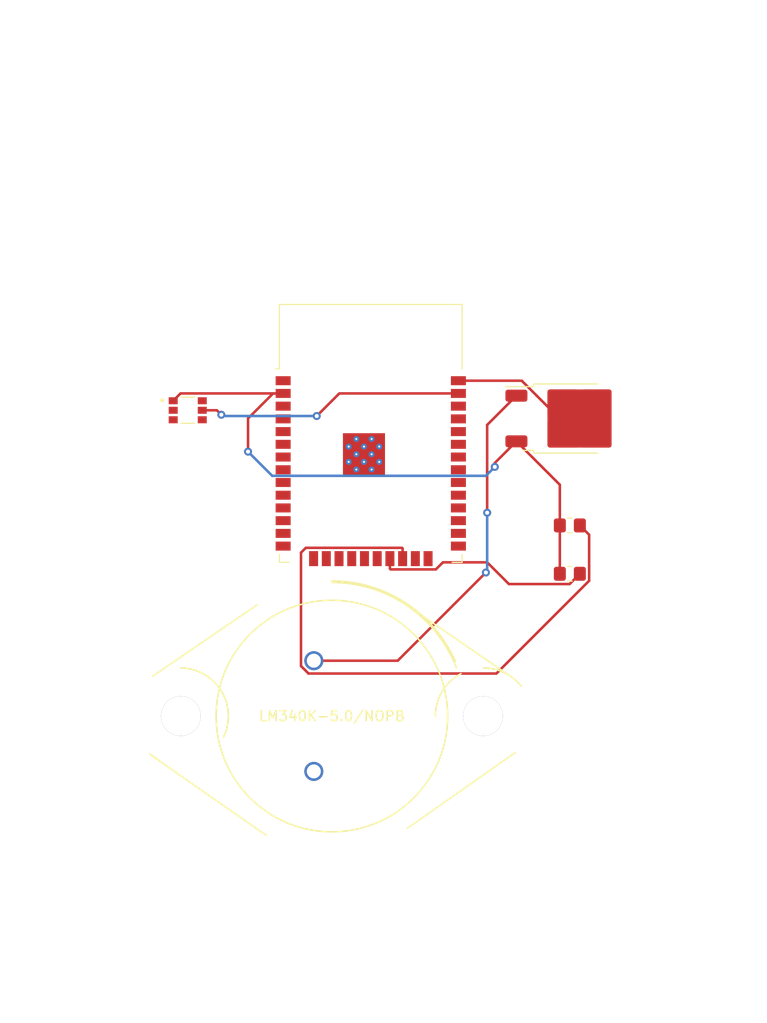
<source format=kicad_pcb>
(kicad_pcb (version 20221018) (generator pcbnew)
  (layers (0 "F.Cu" signal) (31 "B.Cu" signal) (34 "B.Paste" user) (35 "F.Paste" user) (36 "B.SilkS" user "B.Silkscreen") (37 "F.SilkS" user "F.Silkscreen") (38 "B.Mask" user) (39 "F.Mask" user) (44 "Edge.Cuts" user))
  (net 0 "")
  (net 1 "Net-(U2-VDD)")
  (net 2 "Net-(U2-SCL)")
  (net 3 "Net-(U2-SDA)")
  (net 4 "GND")
  (net 5 "Net-(U2-INT)")
  (net 6 "+12V")
  (net 7 "Net-(U3-OUT)")
  (footprint "footprints:LM340K-5.0&slash_NOPB" (layer "F.Cu") (at 132.8068 114.7231)
    (fp_text reference "U3" hide)
    (fp_text value "LM340K-5.0/NOPB" (at 1.8034 -5.5245) (layer "F.SilkS"))
    (fp_line (start -16.383 -1.7399) (end -15.4686 -1.1303) (stroke (width 0.1524)) (layer "F.SilkS"))
    (fp_line (start -16.129 -1.5367) (end -4.7752 6.3627) (stroke (width 0.1524)) (layer "F.SilkS"))
    (fp_line (start -16.0782 -9.5123) (end -5.6642 -16.6243) (stroke (width 0.1524)) (layer "F.SilkS"))
    (fp_line (start 8.7884 -16.9545) (end 10.8204 -15.5575) (stroke (width 0.1524)) (layer "F.SilkS"))
    (fp_line (start 9.2456 -16.6243) (end 19.7612 -9.4107) (stroke (width 0.1524)) (layer "F.SilkS"))
    (fp_line (start 9.3472 5.6769) (end 20.0914 -1.8669) (stroke (width 0.1524)) (layer "F.SilkS"))
    (fp_arc (start -13.335 -10.3251) (mid -9.26386 -8.06843) (end -9.020249 -3.420055) (stroke (width 0.1524)) (layer "F.SilkS"))
    (fp_arc (start 1.8034 -19.0119) (mid 9.149164 -16.835985) (end 14.124753 -11.01032) (stroke (width 0.1524)) (layer "F.SilkS"))
    (fp_arc (start 1.8034 -18.8595) (mid 9.356427 -16.514223) (end 14.252695 -10.303337) (stroke (width 0.1524)) (layer "F.SilkS"))
    (fp_arc (start 12.1412 -5.5245) (mid 12.826883 -7.996992) (end 14.688055 -9.763178) (stroke (width 0.1524)) (layer "F.SilkS"))
    (fp_arc (start 16.9418 -10.3251) (mid 19.046245 -9.839251) (end 20.724724 -8.480044) (stroke (width 0.1524)) (layer "F.SilkS"))
    (fp_circle (center 1.8034 -5.5245) (end 13.3604 -5.5245) (stroke (width 0.1524)) (fill none) (layer "F.SilkS"))
    (pad "1" thru_hole circle (at 0 0 90) (size 1.905 1.905) (drill 1.397) (layers "*.Cu" "*.Mask") (net 6 "+12V"))
    (pad "2" thru_hole circle (at 0 -11.049 90) (size 1.905 1.905) (drill 1.397) (layers "*.Cu" "*.Mask") (net 7 "Net-(U3-OUT)"))
    (pad "3" thru_hole circle (at 16.891 -5.5245) (size 3.9624 3.9624) (drill 3.9624) (layers "*.Cu" "*.Mask") (net 4 "GND"))
    (pad "4" thru_hole circle (at -13.2842 -5.5245) (size 3.9624 3.9624) (drill 3.9624) (layers "*.Cu" "*.Mask"))
  )
  (footprint "Resistor_SMD:R_0805_2012Metric_Pad1.20x1.40mm_HandSolder" (layer "F.Cu") (at 158.369 94.996)
    (fp_text reference "R2" hide)
    (fp_text value "10000")
    (fp_line (start -0.227064 -0.735) (end 0.227064 -0.735) (stroke (width 0.12)) (layer "F.SilkS"))
    (fp_line (start -0.227064 0.735) (end 0.227064 0.735) (stroke (width 0.12)) (layer "F.SilkS"))
    (pad "1" smd roundrect (at -1 0) (size 1.2 1.4) (layers "F.Cu" "F.Paste" "F.Mask") (roundrect_rratio 0.208333) (net 1 "Net-(U2-VDD)"))
    (pad "2" smd roundrect (at 1 0) (size 1.2 1.4) (layers "F.Cu" "F.Paste" "F.Mask") (roundrect_rratio 0.208333) (net 3 "Net-(U2-SDA)"))
  )
  (footprint "Package_TO_SOT_SMD:TO-252-2" (layer "F.Cu") (at 158.075 79.496)
    (fp_text reference "U4" hide)
    (fp_text value "LP2950-3.3_TO252")
    (fp_line (start -3.31 -3.45) (end -3.31 -3.18) (stroke (width 0.12)) (layer "F.SilkS"))
    (fp_line (start -3.31 -3.18) (end -6.14 -3.18) (stroke (width 0.12)) (layer "F.SilkS"))
    (fp_line (start -3.31 3.18) (end -4.41 3.18) (stroke (width 0.12)) (layer "F.SilkS"))
    (fp_line (start -3.31 3.45) (end -3.31 3.18) (stroke (width 0.12)) (layer "F.SilkS"))
    (fp_line (start 3.11 -3.45) (end -3.31 -3.45) (stroke (width 0.12)) (layer "F.SilkS"))
    (fp_line (start 3.11 3.45) (end -3.31 3.45) (stroke (width 0.12)) (layer "F.SilkS"))
    (pad "1" smd roundrect (at -5.04 -2.28) (size 2.2 1.2) (layers "F.Cu" "F.Paste" "F.Mask") (roundrect_rratio 0.208333) (net 7 "Net-(U3-OUT)"))
    (pad "2" smd roundrect (at -0.415 -1.525) (size 3.05 2.75) (layers "F.Cu" "F.Paste") (roundrect_rratio 0.090909) (net 4 "GND"))
    (pad "2" smd roundrect (at -0.415 1.525) (size 3.05 2.75) (layers "F.Cu" "F.Paste") (roundrect_rratio 0.090909) (net 4 "GND"))
    (pad "2" smd roundrect (at 1.26 0) (size 6.4 5.8) (layers "F.Cu" "F.Mask") (roundrect_rratio 0.043103) (net 4 "GND"))
    (pad "2" smd roundrect (at 2.935 -1.525) (size 3.05 2.75) (layers "F.Cu" "F.Paste") (roundrect_rratio 0.090909) (net 4 "GND"))
    (pad "2" smd roundrect (at 2.935 1.525) (size 3.05 2.75) (layers "F.Cu" "F.Paste") (roundrect_rratio 0.090909) (net 4 "GND"))
    (pad "3" smd roundrect (at -5.04 2.28) (size 2.2 1.2) (layers "F.Cu" "F.Paste" "F.Mask") (roundrect_rratio 0.208333) (net 1 "Net-(U2-VDD)"))
  )
  (footprint "Resistor_SMD:R_0805_2012Metric_Pad1.20x1.40mm_HandSolder" (layer "F.Cu") (at 158.369 90.17)
    (fp_text reference "R1" hide)
    (fp_text value "10000")
    (fp_line (start -0.227064 -0.735) (end 0.227064 -0.735) (stroke (width 0.12)) (layer "F.SilkS"))
    (fp_line (start -0.227064 0.735) (end 0.227064 0.735) (stroke (width 0.12)) (layer "F.SilkS"))
    (pad "1" smd roundrect (at -1 0) (size 1.2 1.4) (layers "F.Cu" "F.Paste" "F.Mask") (roundrect_rratio 0.208333) (net 1 "Net-(U2-VDD)"))
    (pad "2" smd roundrect (at 1 0) (size 1.2 1.4) (layers "F.Cu" "F.Paste" "F.Mask") (roundrect_rratio 0.208333) (net 2 "Net-(U2-SCL)"))
  )
  (footprint "RF_Module:ESP32-WROOM-32" (layer "F.Cu") (at 138.493 83.973)
    (fp_text reference "U5" hide)
    (fp_text value "ESP32-WROOM-32")
    (fp_line (start -9.12 -15.86) (end -9.12 -9.445) (stroke (width 0.12)) (layer "F.SilkS"))
    (fp_line (start -9.12 -15.86) (end 9.12 -15.86) (stroke (width 0.12)) (layer "F.SilkS"))
    (fp_line (start -9.12 -9.445) (end -9.5 -9.445) (stroke (width 0.12)) (layer "F.SilkS"))
    (fp_line (start -9.12 9.1) (end -9.12 9.88) (stroke (width 0.12)) (layer "F.SilkS"))
    (fp_line (start -9.12 9.88) (end -8.12 9.88) (stroke (width 0.12)) (layer "F.SilkS"))
    (fp_line (start 9.12 -15.86) (end 9.12 -9.445) (stroke (width 0.12)) (layer "F.SilkS"))
    (fp_line (start 9.12 9.1) (end 9.12 9.88) (stroke (width 0.12)) (layer "F.SilkS"))
    (fp_line (start 9.12 9.88) (end 8.12 9.88) (stroke (width 0.12)) (layer "F.SilkS"))
    (pad "1" smd rect (at -8.75 -8.25) (size 1.5 0.9) (layers "F.Cu" "F.Paste" "F.Mask") (net 4 "GND"))
    (pad "2" smd rect (at -8.75 -6.98) (size 1.5 0.9) (layers "F.Cu" "F.Paste" "F.Mask") (net 1 "Net-(U2-VDD)"))
    (pad "3" smd rect (at -8.75 -5.71) (size 1.5 0.9) (layers "F.Cu" "F.Paste" "F.Mask"))
    (pad "4" smd rect (at -8.75 -4.44) (size 1.5 0.9) (layers "F.Cu" "F.Paste" "F.Mask"))
    (pad "5" smd rect (at -8.75 -3.17) (size 1.5 0.9) (layers "F.Cu" "F.Paste" "F.Mask"))
    (pad "6" smd rect (at -8.75 -1.9) (size 1.5 0.9) (layers "F.Cu" "F.Paste" "F.Mask"))
    (pad "7" smd rect (at -8.75 -0.63) (size 1.5 0.9) (layers "F.Cu" "F.Paste" "F.Mask"))
    (pad "8" smd rect (at -8.75 0.64) (size 1.5 0.9) (layers "F.Cu" "F.Paste" "F.Mask"))
    (pad "9" smd rect (at -8.75 1.91) (size 1.5 0.9) (layers "F.Cu" "F.Paste" "F.Mask"))
    (pad "10" smd rect (at -8.75 3.18) (size 1.5 0.9) (layers "F.Cu" "F.Paste" "F.Mask"))
    (pad "11" smd rect (at -8.75 4.45) (size 1.5 0.9) (layers "F.Cu" "F.Paste" "F.Mask"))
    (pad "12" smd rect (at -8.75 5.72) (size 1.5 0.9) (layers "F.Cu" "F.Paste" "F.Mask"))
    (pad "13" smd rect (at -8.75 6.99) (size 1.5 0.9) (layers "F.Cu" "F.Paste" "F.Mask"))
    (pad "14" smd rect (at -8.75 8.26) (size 1.5 0.9) (layers "F.Cu" "F.Paste" "F.Mask"))
    (pad "15" smd rect (at -5.71 9.51 90) (size 1.5 0.9) (layers "F.Cu" "F.Paste" "F.Mask") (net 4 "GND"))
    (pad "16" smd rect (at -4.44 9.51 90) (size 1.5 0.9) (layers "F.Cu" "F.Paste" "F.Mask"))
    (pad "17" smd rect (at -3.17 9.51 90) (size 1.5 0.9) (layers "F.Cu" "F.Paste" "F.Mask"))
    (pad "18" smd rect (at -1.9 9.51 90) (size 1.5 0.9) (layers "F.Cu" "F.Paste" "F.Mask"))
    (pad "19" smd rect (at -0.63 9.51 90) (size 1.5 0.9) (layers "F.Cu" "F.Paste" "F.Mask"))
    (pad "20" smd rect (at 0.64 9.51 90) (size 1.5 0.9) (layers "F.Cu" "F.Paste" "F.Mask"))
    (pad "21" smd rect (at 1.91 9.51 90) (size 1.5 0.9) (layers "F.Cu" "F.Paste" "F.Mask") (net 3 "Net-(U2-SDA)"))
    (pad "22" smd rect (at 3.18 9.51 90) (size 1.5 0.9) (layers "F.Cu" "F.Paste" "F.Mask") (net 2 "Net-(U2-SCL)"))
    (pad "23" smd rect (at 4.45 9.51 90) (size 1.5 0.9) (layers "F.Cu" "F.Paste" "F.Mask"))
    (pad "24" smd rect (at 5.72 9.51 90) (size 1.5 0.9) (layers "F.Cu" "F.Paste" "F.Mask"))
    (pad "25" smd rect (at 8.75 8.26) (size 1.5 0.9) (layers "F.Cu" "F.Paste" "F.Mask"))
    (pad "26" smd rect (at 8.75 6.99) (size 1.5 0.9) (layers "F.Cu" "F.Paste" "F.Mask"))
    (pad "27" smd rect (at 8.75 5.72) (size 1.5 0.9) (layers "F.Cu" "F.Paste" "F.Mask"))
    (pad "28" smd rect (at 8.75 4.45) (size 1.5 0.9) (layers "F.Cu" "F.Paste" "F.Mask"))
    (pad "29" smd rect (at 8.75 3.18) (size 1.5 0.9) (layers "F.Cu" "F.Paste" "F.Mask"))
    (pad "30" smd rect (at 8.75 1.91) (size 1.5 0.9) (layers "F.Cu" "F.Paste" "F.Mask"))
    (pad "31" smd rect (at 8.75 0.64) (size 1.5 0.9) (layers "F.Cu" "F.Paste" "F.Mask"))
    (pad "32" smd rect (at 8.75 -0.63) (size 1.5 0.9) (layers "F.Cu" "F.Paste" "F.Mask"))
    (pad "33" smd rect (at 8.75 -1.9) (size 1.5 0.9) (layers "F.Cu" "F.Paste" "F.Mask"))
    (pad "34" smd rect (at 8.75 -3.17) (size 1.5 0.9) (layers "F.Cu" "F.Paste" "F.Mask"))
    (pad "35" smd rect (at 8.75 -4.44) (size 1.5 0.9) (layers "F.Cu" "F.Paste" "F.Mask"))
    (pad "36" smd rect (at 8.75 -5.71) (size 1.5 0.9) (layers "F.Cu" "F.Paste" "F.Mask"))
    (pad "37" smd rect (at 8.75 -6.98) (size 1.5 0.9) (layers "F.Cu" "F.Paste" "F.Mask") (net 5 "Net-(U2-INT)"))
    (pad "38" smd rect (at 8.75 -8.25) (size 1.5 0.9) (layers "F.Cu" "F.Paste" "F.Mask") (net 4 "GND"))
    (pad "39" smd rect (at -2.205 -2.435) (size 1.05 1.05) (layers "F.Cu" "F.Paste") (net 4 "GND"))
    (pad "39" thru_hole circle (at -2.205 -1.6725) (size 0.6 0.6) (drill 0.2) (property pad_prop_heatsink) (layers "*.Cu" "F.Mask") (net 4 "GND"))
    (pad "39" smd rect (at -2.205 -0.91) (size 1.05 1.05) (layers "F.Cu" "F.Paste") (net 4 "GND"))
    (pad "39" thru_hole circle (at -2.205 -0.1475) (size 0.6 0.6) (drill 0.2) (property pad_prop_heatsink) (layers "*.Cu" "F.Mask") (net 4 "GND"))
    (pad "39" smd rect (at -2.205 0.615) (size 1.05 1.05) (layers "F.Cu" "F.Paste") (net 4 "GND"))
    (pad "39" thru_hole circle (at -1.4425 -2.435) (size 0.6 0.6) (drill 0.2) (property pad_prop_heatsink) (layers "*.Cu" "F.Mask") (net 4 "GND"))
    (pad "39" thru_hole circle (at -1.4425 -0.91) (size 0.6 0.6) (drill 0.2) (property pad_prop_heatsink) (layers "*.Cu" "F.Mask") (net 4 "GND"))
    (pad "39" thru_hole circle (at -1.4425 0.615) (size 0.6 0.6) (drill 0.2) (property pad_prop_heatsink) (layers "*.Cu" "F.Mask") (net 4 "GND"))
    (pad "39" smd rect (at -0.68 -2.435) (size 1.05 1.05) (layers "F.Cu" "F.Paste") (net 4 "GND"))
    (pad "39" thru_hole circle (at -0.68 -1.6725) (size 0.6 0.6) (drill 0.2) (property pad_prop_heatsink) (layers "*.Cu" "F.Mask") (net 4 "GND"))
    (pad "39" smd rect (at -0.68 -0.91) (size 1.05 1.05) (layers "F.Cu" "F.Paste") (net 4 "GND"))
    (pad "39" smd rect (at -0.68 -0.91) (size 4.2 4.2) (layers "F.Cu" "F.Mask") (net 4 "GND"))
    (pad "39" thru_hole circle (at -0.68 -0.1475) (size 0.6 0.6) (drill 0.2) (property pad_prop_heatsink) (layers "*.Cu" "F.Mask") (net 4 "GND"))
    (pad "39" smd rect (at -0.68 0.615) (size 1.05 1.05) (layers "F.Cu" "F.Paste") (net 4 "GND"))
    (pad "39" thru_hole circle (at 0.0825 -2.435) (size 0.6 0.6) (drill 0.2) (property pad_prop_heatsink) (layers "*.Cu" "F.Mask") (net 4 "GND"))
    (pad "39" thru_hole circle (at 0.0825 -0.91) (size 0.6 0.6) (drill 0.2) (property pad_prop_heatsink) (layers "*.Cu" "F.Mask") (net 4 "GND"))
    (pad "39" thru_hole circle (at 0.0825 0.615) (size 0.6 0.6) (drill 0.2) (property pad_prop_heatsink) (layers "*.Cu" "F.Mask") (net 4 "GND"))
    (pad "39" smd rect (at 0.845 -2.435) (size 1.05 1.05) (layers "F.Cu" "F.Paste") (net 4 "GND"))
    (pad "39" thru_hole circle (at 0.845 -1.6725) (size 0.6 0.6) (drill 0.2) (property pad_prop_heatsink) (layers "*.Cu" "F.Mask") (net 4 "GND"))
    (pad "39" smd rect (at 0.845 -0.91) (size 1.05 1.05) (layers "F.Cu" "F.Paste") (net 4 "GND"))
    (pad "39" thru_hole circle (at 0.845 -0.1475) (size 0.6 0.6) (drill 0.2) (property pad_prop_heatsink) (layers "*.Cu" "F.Mask") (net 4 "GND"))
    (pad "39" smd rect (at 0.845 0.615) (size 1.05 1.05) (layers "F.Cu" "F.Paste") (net 4 "GND"))
  )
  (footprint "TSL2561:XDCR_TSL2561" (layer "F.Cu") (at 120.216 78.674)
    (fp_text reference "U2" hide)
    (fp_text value "TSL2561")
    (fp_line (start -0.68 -1.3) (end 0.68 -1.3) (stroke (width 0.127)) (layer "F.SilkS"))
    (fp_line (start 0.68 1.3) (end -0.68 1.3) (stroke (width 0.127)) (layer "F.SilkS"))
    (fp_circle (center -2.55 -1) (end -2.45 -1) (stroke (width 0.2)) (fill none) (layer "F.SilkS"))
    (pad "1" smd rect (at -1.45 -0.95) (size 0.9 0.7) (layers "F.Cu" "F.Paste" "F.Mask") (net 1 "Net-(U2-VDD)"))
    (pad "2" smd rect (at -1.45 0) (size 0.9 0.7) (layers "F.Cu" "F.Paste" "F.Mask") (net 4 "GND"))
    (pad "3" smd rect (at -1.45 0.95) (size 0.9 0.7) (layers "F.Cu" "F.Paste" "F.Mask") (net 4 "GND"))
    (pad "4" smd rect (at 1.45 0.95) (size 0.9 0.7) (layers "F.Cu" "F.Paste" "F.Mask") (net 2 "Net-(U2-SCL)"))
    (pad "5" smd rect (at 1.45 0) (size 0.9 0.7) (layers "F.Cu" "F.Paste" "F.Mask") (net 5 "Net-(U2-INT)"))
    (pad "6" smd rect (at 1.45 -0.95) (size 0.9 0.7) (layers "F.Cu" "F.Paste" "F.Mask") (net 3 "Net-(U2-SDA)"))
  )
  (segment (start 153.035 81.776) (end 150.876 83.935) (width 0.254) (layer "F.Cu") (net 1))
  (segment (start 119.497 76.993) (end 118.766 77.724) (width 0.254) (layer "F.Cu") (net 1))
  (segment (start 128.739 76.993) (end 129.743 76.993) (width 0.254) (layer "F.Cu") (net 1))
  (segment (start 129.743 76.993) (end 119.497 76.993) (width 0.254) (layer "F.Cu") (net 1))
  (segment (start 157.369 86.11) (end 157.369 90.17) (width 0.254) (layer "F.Cu") (net 1))
  (segment (start 153.035 81.776) (end 157.369 86.11) (width 0.254) (layer "F.Cu") (net 1))
  (segment (start 150.876 83.935) (end 150.876 84.328) (width 0.254) (layer "F.Cu") (net 1))
  (segment (start 126.238 79.494) (end 128.739 76.993) (width 0.254) (layer "F.Cu") (net 1))
  (segment (start 157.369 90.17) (end 157.369 94.996) (width 0.254) (layer "F.Cu") (net 1))
  (segment (start 126.238 82.804) (end 126.238 79.494) (width 0.254) (layer "F.Cu") (net 1))
  (via (at 150.876 84.328) (size 0.8) (drill 0.4) (layers "F.Cu" "B.Cu") (net 1))
  (via (at 126.238 82.804) (size 0.8) (drill 0.4) (layers "F.Cu" "B.Cu") (net 1))
  (segment (start 128.649 85.215) (end 126.238 82.804) (width 0.254) (layer "B.Cu") (net 1))
  (segment (start 150.876 84.328) (end 149.989 85.215) (width 0.254) (layer "B.Cu") (net 1))
  (segment (start 149.989 85.215) (end 128.649 85.215) (width 0.254) (layer "B.Cu") (net 1))
  (segment (start 131.5273 104.204087) (end 131.5273 92.8847) (width 0.254) (layer "F.Cu") (net 2))
  (segment (start 141.673 92.479) (end 141.673 93.483) (width 0.254) (layer "F.Cu") (net 2))
  (segment (start 160.296 91.097) (end 160.296 95.691928) (width 0.254) (layer "F.Cu") (net 2))
  (segment (start 132.276813 104.9536) (end 131.5273 104.204087) (width 0.254) (layer "F.Cu") (net 2))
  (segment (start 131.5273 92.8847) (end 132.006 92.406) (width 0.254) (layer "F.Cu") (net 2))
  (segment (start 141.6 92.406) (end 141.673 92.479) (width 0.254) (layer "F.Cu") (net 2))
  (segment (start 159.369 90.17) (end 160.296 91.097) (width 0.254) (layer "F.Cu") (net 2))
  (segment (start 132.006 92.406) (end 141.6 92.406) (width 0.254) (layer "F.Cu") (net 2))
  (segment (start 151.034328 104.9536) (end 132.276813 104.9536) (width 0.254) (layer "F.Cu") (net 2))
  (segment (start 160.296 95.691928) (end 151.034328 104.9536) (width 0.254) (layer "F.Cu") (net 2))
  (segment (start 140.403 94.487) (end 140.403 93.483) (width 0.254) (layer "F.Cu") (net 3))
  (segment (start 159.369 94.996) (end 158.342 96.023) (width 0.254) (layer "F.Cu") (net 3))
  (segment (start 152.284 96.023) (end 150.114 93.853) (width 0.254) (layer "F.Cu") (net 3))
  (segment (start 144.99 94.56) (end 140.476 94.56) (width 0.254) (layer "F.Cu") (net 3))
  (segment (start 145.697 93.853) (end 144.99 94.56) (width 0.254) (layer "F.Cu") (net 3))
  (segment (start 140.476 94.56) (end 140.403 94.487) (width 0.254) (layer "F.Cu") (net 3))
  (segment (start 158.342 96.023) (end 152.284 96.023) (width 0.254) (layer "F.Cu") (net 3))
  (segment (start 150.114 93.853) (end 145.697 93.853) (width 0.254) (layer "F.Cu") (net 3))
  (segment (start 157.66 79.818072) (end 153.564928 75.723) (width 0.254) (layer "F.Cu") (net 4))
  (segment (start 157.66 81.021) (end 157.66 79.818072) (width 0.254) (layer "F.Cu") (net 4))
  (segment (start 153.564928 75.723) (end 147.243 75.723) (width 0.254) (layer "F.Cu") (net 4))
  (segment (start 123.124 78.674) (end 121.666 78.674) (width 0.254) (layer "F.Cu") (net 5))
  (segment (start 147.243 76.993) (end 135.351 76.993) (width 0.254) (layer "F.Cu") (net 5))
  (segment (start 135.351 76.993) (end 133.096 79.248) (width 0.254) (layer "F.Cu") (net 5))
  (segment (start 123.571 79.121) (end 123.124 78.674) (width 0.254) (layer "F.Cu") (net 5))
  (via (at 123.571 79.121) (size 0.8) (drill 0.4) (layers "F.Cu" "B.Cu") (net 5))
  (via (at 133.096 79.248) (size 0.8) (drill 0.4) (layers "F.Cu" "B.Cu") (net 5))
  (segment (start 133.096 79.248) (end 123.698 79.248) (width 0.254) (layer "B.Cu") (net 5))
  (segment (start 123.698 79.248) (end 123.571 79.121) (width 0.254) (layer "B.Cu") (net 5))
  (segment (start 150.114 80.137) (end 150.114 88.9) (width 0.254) (layer "F.Cu") (net 7))
  (segment (start 141.1819 103.6741) (end 132.8068 103.6741) (width 0.254) (layer "F.Cu") (net 7))
  (segment (start 153.035 77.216) (end 150.114 80.137) (width 0.254) (layer "F.Cu") (net 7))
  (segment (start 149.987 94.869) (end 141.1819 103.6741) (width 0.254) (layer "F.Cu") (net 7))
  (via (at 149.987 94.869) (size 0.8) (drill 0.4) (layers "F.Cu" "B.Cu") (net 7))
  (via (at 150.114 88.9) (size 0.8) (drill 0.4) (layers "F.Cu" "B.Cu") (net 7))
  (segment (start 150.114 94.742) (end 149.987 94.869) (width 0.254) (layer "B.Cu") (net 7))
  (segment (start 150.114 88.9) (end 150.114 94.742) (width 0.254) (layer "B.Cu") (net 7))
)
</source>
